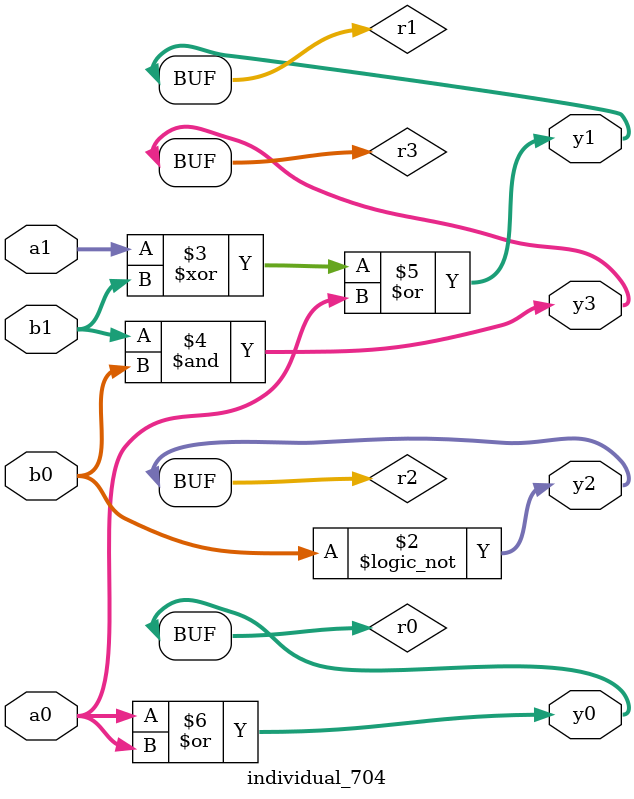
<source format=sv>
module individual_704(input logic [15:0] a1, input logic [15:0] a0, input logic [15:0] b1, input logic [15:0] b0, output logic [15:0] y3, output logic [15:0] y2, output logic [15:0] y1, output logic [15:0] y0);
logic [15:0] r0, r1, r2, r3; 
 always@(*) begin 
	 r0 = a0; r1 = a1; r2 = b0; r3 = b1; 
 	 r2 = ! r2 ;
 	 r1  ^=  b1 ;
 	 r3  &=  b0 ;
 	 r1  |=  r0 ;
 	 r0  |=  r0 ;
 	 y3 = r3; y2 = r2; y1 = r1; y0 = r0; 
end
endmodule
</source>
